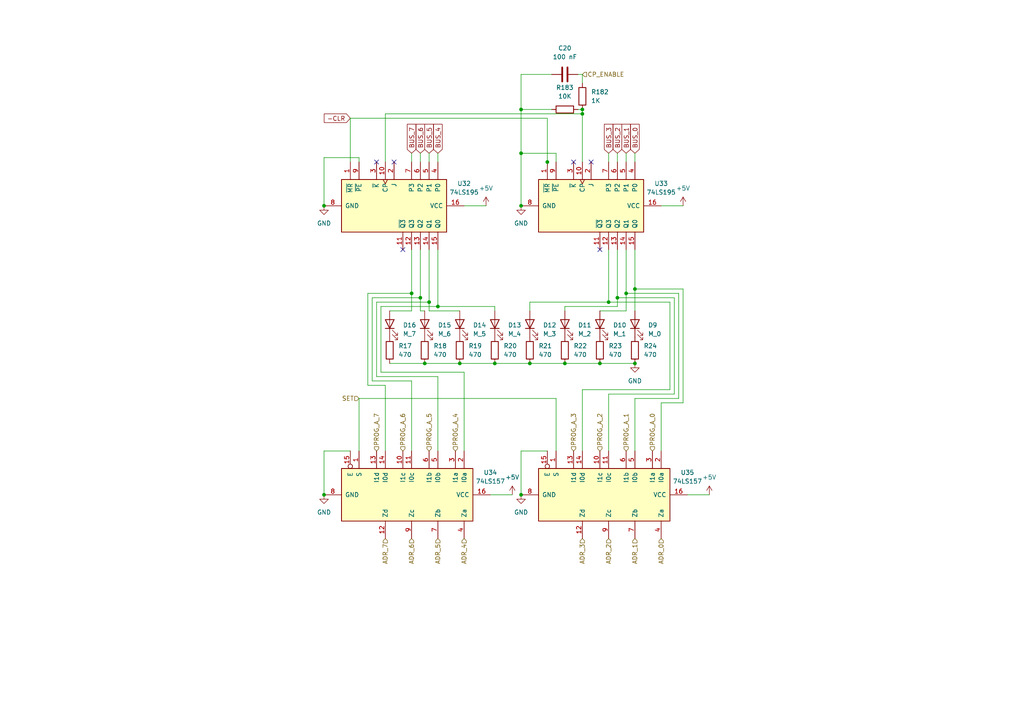
<source format=kicad_sch>
(kicad_sch (version 20230121) (generator eeschema)
  (paper "A4")
  (title_block (title "MAR") (date "2023-07-13") (rev "1"))
  (lib_symbols
    (symbol "74xx:74LS157" (pin_names (offset 1.016))
      (property "Reference" "U" (at -7.62 19.05 0))
      (property "Value" "74LS157" (at -7.62 -21.59 0))
      (symbol "74LS157_1_0"
        (pin input line (at -12.7 -15.24 0) (length 5.08) (name "S") (number "1"))
        (pin input line (at -12.7 -2.54 0) (length 5.08) (name "I1c") (number "10"))
        (pin input line (at -12.7 0 0) (length 5.08) (name "I0c") (number "11"))
        (pin output line (at 12.7 -7.62 180) (length 5.08) (name "Zd") (number "12"))
        (pin input line (at -12.7 -10.16 0) (length 5.08) (name "I1d") (number "13"))
        (pin input line (at -12.7 -7.62 0) (length 5.08) (name "I0d") (number "14"))
        (pin input inverted (at -12.7 -17.78 0) (length 5.08) (name "E") (number "15"))
        (pin power_in line (at 0 22.86 270) (length 5.08) (name "VCC") (number "16"))
        (pin input line (at -12.7 15.24 0) (length 5.08) (name "I0a") (number "2"))
        (pin input line (at -12.7 12.7 0) (length 5.08) (name "I1a") (number "3"))
        (pin output line (at 12.7 15.24 180) (length 5.08) (name "Za") (number "4"))
        (pin input line (at -12.7 7.62 0) (length 5.08) (name "I0b") (number "5"))
        (pin input line (at -12.7 5.08 0) (length 5.08) (name "I1b") (number "6"))
        (pin output line (at 12.7 7.62 180) (length 5.08) (name "Zb") (number "7"))
        (pin power_in line (at 0 -25.4 90) (length 5.08) (name "GND") (number "8"))
        (pin output line (at 12.7 0 180) (length 5.08) (name "Zc") (number "9"))
      )
      (symbol "74LS157_1_1"
        (rectangle (start -7.62 17.78) (end 7.62 -20.32) (stroke (width 0.254)) (fill (type background)))
      )
    )
    (symbol "74xx:74LS195" (pin_names (offset 1.016))
      (property "Reference" "U" (at -7.62 16.51 0))
      (property "Value" "74LS195" (at -7.62 -16.51 0))
      (symbol "74LS195_1_0"
        (pin input line (at -12.7 -12.7 0) (length 5.08) (name "~{MR}") (number "1"))
        (pin input clock (at -12.7 -2.54 0) (length 5.08) (name "CP") (number "10"))
        (pin output line (at 12.7 2.54 180) (length 5.08) (name "~{Q3}") (number "11"))
        (pin output line (at 12.7 5.08 180) (length 5.08) (name "Q3") (number "12"))
        (pin output line (at 12.7 7.62 180) (length 5.08) (name "Q2") (number "13"))
        (pin output line (at 12.7 10.16 180) (length 5.08) (name "Q1") (number "14"))
        (pin output line (at 12.7 12.7 180) (length 5.08) (name "Q0") (number "15"))
        (pin power_in line (at 0 20.32 270) (length 5.08) (name "VCC") (number "16"))
        (pin input line (at -12.7 0 0) (length 5.08) (name "J") (number "2"))
        (pin input line (at -12.7 -5.08 0) (length 5.08) (name "~{K}") (number "3"))
        (pin input line (at -12.7 12.7 0) (length 5.08) (name "P0") (number "4"))
        (pin input line (at -12.7 10.16 0) (length 5.08) (name "P1") (number "5"))
        (pin input line (at -12.7 7.62 0) (length 5.08) (name "P2") (number "6"))
        (pin input line (at -12.7 5.08 0) (length 5.08) (name "P3") (number "7"))
        (pin power_in line (at 0 -20.32 90) (length 5.08) (name "GND") (number "8"))
        (pin input line (at -12.7 -10.16 0) (length 5.08) (name "~{PE}") (number "9"))
      )
      (symbol "74LS195_1_1"
        (rectangle (start -7.62 15.24) (end 7.62 -15.24) (stroke (width 0.254)) (fill (type background)))
      )
    )
    (symbol "Device:C" (pin_numbers hide) (pin_names (offset 0.254))
      (property "Reference" "C" (at 0.635 2.54 0))
      (property "Value" "C" (at 0.635 -2.54 0))
      (symbol "C_0_1"
        (polyline (pts (xy -2.032 -0.762) (xy 2.032 -0.762)) (stroke (width 0.508)))
        (polyline (pts (xy -2.032 0.762) (xy 2.032 0.762)) (stroke (width 0.508)))
      )
      (symbol "C_1_1"
        (pin passive line (at 0 3.81 270) (length 2.794) (name "~") (number "1"))
        (pin passive line (at 0 -3.81 90) (length 2.794) (name "~") (number "2"))
      )
    )
    (symbol "Device:LED" (pin_numbers hide) (pin_names (offset 1.016) hide)
      (property "Reference" "D" (at 0 2.54 0))
      (property "Value" "LED" (at 0 -2.54 0))
      (symbol "LED_0_1"
        (polyline (pts (xy -1.27 -1.27) (xy -1.27 1.27)) (stroke (width 0.254)))
        (polyline (pts (xy -1.27 0) (xy 1.27 0)))
        (polyline (pts (xy 1.27 -1.27) (xy 1.27 1.27) (xy -1.27 0) (xy 1.27 -1.27)) (stroke (width 0.254)))
        (polyline (pts (xy -3.048 -0.762) (xy -4.572 -2.286) (xy -3.81 -2.286) (xy -4.572 -2.286) (xy -4.572 -1.524)))
        (polyline (pts (xy -1.778 -0.762) (xy -3.302 -2.286) (xy -2.54 -2.286) (xy -3.302 -2.286) (xy -3.302 -1.524)))
      )
      (symbol "LED_1_1"
        (pin passive line (at -3.81 0 0) (length 2.54) (name "K") (number "1"))
        (pin passive line (at 3.81 0 180) (length 2.54) (name "A") (number "2"))
      )
    )
    (symbol "Device:R" (pin_numbers hide) (pin_names (offset 0))
      (property "Reference" "R" (at 2.032 0 90))
      (property "Value" "R" (at 0 0 90))
      (symbol "R_0_1"
        (rectangle (start -1.016 -2.54) (end 1.016 2.54) (stroke (width 0.254)))
      )
      (symbol "R_1_1"
        (pin passive line (at 0 3.81 270) (length 1.27) (name "~") (number "1"))
        (pin passive line (at 0 -3.81 90) (length 1.27) (name "~") (number "2"))
      )
    )
    (symbol "power:+5V" (power) (pin_names (offset 0))
      (property "Value" "+5V" (at 0 3.556 0))
      (symbol "+5V_0_1"
        (polyline (pts (xy -0.762 1.27) (xy 0 2.54)))
        (polyline (pts (xy 0 0) (xy 0 2.54)))
        (polyline (pts (xy 0 2.54) (xy 0.762 1.27)))
      )
      (symbol "+5V_1_1"
        (pin power_in line (at 0 0 90) (length 0) hide (name "+5V") (number "1"))
      )
    )
    (symbol "power:GND" (power) (pin_names (offset 0))
      (property "Value" "GND" (at 0 -3.81 0))
      (symbol "GND_0_1"
        (polyline (pts (xy 0 0) (xy 0 -1.27) (xy 1.27 -1.27) (xy 0 -2.54) (xy -1.27 -1.27) (xy 0 -1.27)))
      )
      (symbol "GND_1_1"
        (pin power_in line (at 0 0 270) (length 0) hide (name "GND") (number "1"))
      )
    )
  )
  (junction (at 168.91 33.02))
  (junction (at 127 88.9))
  (junction (at 168.91 31.75))
  (junction (at 121.92 86.36))
  (junction (at 143.51 105.41))
  (junction (at 124.46 87.63))
  (junction (at 176.53 87.63))
  (junction (at 153.67 105.41))
  (junction (at 184.15 83.82))
  (junction (at 163.83 105.41))
  (junction (at 93.98 59.69))
  (junction (at 173.99 105.41))
  (junction (at 133.35 105.41))
  (junction (at 184.15 105.41))
  (junction (at 93.98 143.51))
  (junction (at 151.13 143.51))
  (junction (at 151.13 31.75))
  (junction (at 119.38 85.09))
  (junction (at 123.19 105.41))
  (junction (at 179.07 86.36))
  (junction (at 151.13 44.45))
  (junction (at 181.61 85.09))
  (junction (at 151.13 59.69))
  (junction (at 158.75 46.99))
  (no_connect (at 116.84 72.39))
  (no_connect (at 166.37 46.99))
  (no_connect (at 173.99 72.39))
  (no_connect (at 114.3 46.99))
  (no_connect (at 109.22 46.99))
  (no_connect (at 171.45 46.99))
  (wire (pts (xy 101.6 130.81) (xy 93.98 130.81)))
  (wire (pts (xy 184.15 44.45) (xy 184.15 46.99)))
  (wire (pts (xy 176.53 72.39) (xy 176.53 87.63)))
  (wire (pts (xy 119.38 44.45) (xy 119.38 46.99)))
  (wire (pts (xy 123.19 105.41) (xy 133.35 105.41)))
  (wire (pts (xy 121.92 86.36) (xy 121.92 90.17)))
  (wire (pts (xy 198.12 83.82) (xy 184.15 83.82)))
  (wire (pts (xy 181.61 85.09) (xy 181.61 90.17)))
  (wire (pts (xy 124.46 87.63) (xy 124.46 90.17)))
  (wire (pts (xy 184.15 72.39) (xy 184.15 83.82)))
  (wire (pts (xy 143.51 88.9) (xy 143.51 90.17)))
  (wire (pts (xy 176.53 114.3) (xy 195.58 114.3)))
  (wire (pts (xy 106.68 85.09) (xy 119.38 85.09)))
  (wire (pts (xy 104.14 46.99) (xy 104.14 45.72)))
  (wire (pts (xy 161.29 46.99) (xy 161.29 44.45)))
  (wire (pts (xy 163.83 88.9) (xy 179.07 88.9)))
  (wire (pts (xy 184.15 83.82) (xy 184.15 90.17)))
  (wire (pts (xy 142.24 143.51) (xy 148.59 143.51)))
  (wire (pts (xy 133.35 105.41) (xy 143.51 105.41)))
  (wire (pts (xy 121.92 44.45) (xy 121.92 46.99)))
  (wire (pts (xy 109.22 87.63) (xy 124.46 87.63)))
  (wire (pts (xy 151.13 21.59) (xy 160.02 21.59)))
  (wire (pts (xy 93.98 130.81) (xy 93.98 143.51)))
  (wire (pts (xy 161.29 44.45) (xy 151.13 44.45)))
  (wire (pts (xy 153.67 105.41) (xy 163.83 105.41)))
  (wire (pts (xy 111.76 111.76) (xy 106.68 111.76)))
  (wire (pts (xy 173.99 105.41) (xy 184.15 105.41)))
  (wire (pts (xy 195.58 114.3) (xy 195.58 86.36)))
  (wire (pts (xy 179.07 86.36) (xy 179.07 88.9)))
  (wire (pts (xy 127 44.45) (xy 127 46.99)))
  (wire (pts (xy 127 109.22) (xy 109.22 109.22)))
  (wire (pts (xy 184.15 130.81) (xy 184.15 115.57)))
  (wire (pts (xy 151.13 44.45) (xy 151.13 31.75)))
  (wire (pts (xy 110.49 107.95) (xy 110.49 88.9)))
  (wire (pts (xy 158.75 34.29) (xy 158.75 46.99)))
  (wire (pts (xy 191.77 130.81) (xy 191.77 116.84)))
  (wire (pts (xy 101.6 34.29) (xy 101.6 46.99)))
  (wire (pts (xy 176.53 44.45) (xy 176.53 46.99)))
  (wire (pts (xy 199.39 143.51) (xy 205.74 143.51)))
  (wire (pts (xy 179.07 72.39) (xy 179.07 86.36)))
  (wire (pts (xy 113.03 90.17) (xy 119.38 90.17)))
  (wire (pts (xy 194.31 87.63) (xy 176.53 87.63)))
  (wire (pts (xy 198.12 116.84) (xy 198.12 83.82)))
  (wire (pts (xy 134.62 59.69) (xy 140.97 59.69)))
  (wire (pts (xy 124.46 72.39) (xy 124.46 87.63)))
  (wire (pts (xy 173.99 90.17) (xy 181.61 90.17)))
  (wire (pts (xy 107.95 110.49) (xy 107.95 86.36)))
  (wire (pts (xy 191.77 59.69) (xy 198.12 59.69)))
  (wire (pts (xy 168.91 21.59) (xy 168.91 24.13)))
  (wire (pts (xy 111.76 33.02) (xy 111.76 46.99)))
  (wire (pts (xy 106.68 111.76) (xy 106.68 85.09)))
  (wire (pts (xy 119.38 130.81) (xy 119.38 110.49)))
  (wire (pts (xy 104.14 45.72) (xy 93.98 45.72)))
  (wire (pts (xy 123.19 90.17) (xy 121.92 90.17)))
  (wire (pts (xy 153.67 87.63) (xy 176.53 87.63)))
  (wire (pts (xy 196.85 115.57) (xy 196.85 85.09)))
  (wire (pts (xy 104.14 115.57) (xy 104.14 130.81)))
  (wire (pts (xy 134.62 107.95) (xy 110.49 107.95)))
  (wire (pts (xy 134.62 130.81) (xy 134.62 107.95)))
  (wire (pts (xy 93.98 45.72) (xy 93.98 59.69)))
  (wire (pts (xy 158.75 34.29) (xy 101.6 34.29)))
  (wire (pts (xy 151.13 31.75) (xy 160.02 31.75)))
  (wire (pts (xy 143.51 105.41) (xy 153.67 105.41)))
  (wire (pts (xy 158.75 46.99) (xy 158.75 48.26)))
  (wire (pts (xy 184.15 115.57) (xy 196.85 115.57)))
  (wire (pts (xy 163.83 90.17) (xy 163.83 88.9)))
  (wire (pts (xy 158.75 130.81) (xy 151.13 130.81)))
  (wire (pts (xy 168.91 46.99) (xy 168.91 33.02)))
  (wire (pts (xy 151.13 31.75) (xy 151.13 21.59)))
  (wire (pts (xy 111.76 130.81) (xy 111.76 111.76)))
  (wire (pts (xy 119.38 85.09) (xy 119.38 90.17)))
  (wire (pts (xy 179.07 44.45) (xy 179.07 46.99)))
  (wire (pts (xy 168.91 130.81) (xy 168.91 113.03)))
  (wire (pts (xy 107.95 86.36) (xy 121.92 86.36)))
  (wire (pts (xy 168.91 31.75) (xy 168.91 33.02)))
  (wire (pts (xy 124.46 90.17) (xy 133.35 90.17)))
  (wire (pts (xy 127 72.39) (xy 127 88.9)))
  (wire (pts (xy 194.31 113.03) (xy 194.31 87.63)))
  (wire (pts (xy 163.83 105.41) (xy 173.99 105.41)))
  (wire (pts (xy 119.38 72.39) (xy 119.38 85.09)))
  (wire (pts (xy 195.58 86.36) (xy 179.07 86.36)))
  (wire (pts (xy 161.29 115.57) (xy 104.14 115.57)))
  (wire (pts (xy 109.22 109.22) (xy 109.22 87.63)))
  (wire (pts (xy 151.13 44.45) (xy 151.13 59.69)))
  (wire (pts (xy 168.91 33.02) (xy 111.76 33.02)))
  (wire (pts (xy 153.67 90.17) (xy 153.67 87.63)))
  (wire (pts (xy 176.53 130.81) (xy 176.53 114.3)))
  (wire (pts (xy 113.03 105.41) (xy 123.19 105.41)))
  (wire (pts (xy 196.85 85.09) (xy 181.61 85.09)))
  (wire (pts (xy 127 88.9) (xy 143.51 88.9)))
  (wire (pts (xy 110.49 88.9) (xy 127 88.9)))
  (wire (pts (xy 121.92 72.39) (xy 121.92 86.36)))
  (wire (pts (xy 151.13 130.81) (xy 151.13 143.51)))
  (wire (pts (xy 191.77 116.84) (xy 198.12 116.84)))
  (wire (pts (xy 181.61 44.45) (xy 181.61 46.99)))
  (wire (pts (xy 181.61 72.39) (xy 181.61 85.09)))
  (wire (pts (xy 161.29 130.81) (xy 161.29 115.57)))
  (wire (pts (xy 167.64 31.75) (xy 168.91 31.75)))
  (wire (pts (xy 127 130.81) (xy 127 109.22)))
  (wire (pts (xy 119.38 110.49) (xy 107.95 110.49)))
  (wire (pts (xy 168.91 113.03) (xy 194.31 113.03)))
  (wire (pts (xy 167.64 21.59) (xy 168.91 21.59)))
  (wire (pts (xy 124.46 44.45) (xy 124.46 46.99)))
  (global_label "-CLR" (shape input) (at 101.6 34.29 180) (property "Intersheetrefs" "${INTERSHEET_REFS}" (effects hide)))
  (global_label "BUS_2" (shape input) (at 179.07 44.45 90) (property "Intersheetrefs" "${INTERSHEET_REFS}" (effects hide)))
  (global_label "BUS_5" (shape input) (at 124.46 44.45 90) (property "Intersheetrefs" "${INTERSHEET_REFS}" (effects hide)))
  (global_label "BUS_3" (shape input) (at 176.53 44.45 90) (property "Intersheetrefs" "${INTERSHEET_REFS}" (effects hide)))
  (global_label "BUS_1" (shape input) (at 181.61 44.45 90) (property "Intersheetrefs" "${INTERSHEET_REFS}" (effects hide)))
  (global_label "BUS_0" (shape input) (at 184.15 44.45 90) (property "Intersheetrefs" "${INTERSHEET_REFS}" (effects hide)))
  (global_label "BUS_6" (shape input) (at 121.92 44.45 90) (property "Intersheetrefs" "${INTERSHEET_REFS}" (effects hide)))
  (global_label "BUS_7" (shape input) (at 119.38 44.45 90) (property "Intersheetrefs" "${INTERSHEET_REFS}" (effects hide)))
  (global_label "BUS_4" (shape input) (at 127 44.45 90) (property "Intersheetrefs" "${INTERSHEET_REFS}" (effects hide)))
  (hierarchical_label "ADR_0" (shape input) (at 191.77 156.21 270))
  (hierarchical_label "PROG_A_2" (shape input) (at 173.99 130.81 90))
  (hierarchical_label "PROG_A_3" (shape input) (at 166.37 130.81 90))
  (hierarchical_label "PROG_A_5" (shape input) (at 124.46 130.81 90))
  (hierarchical_label "ADR_5" (shape input) (at 127 156.21 270))
  (hierarchical_label "ADR_6" (shape input) (at 119.38 156.21 270))
  (hierarchical_label "PROG_A_4" (shape input) (at 132.08 130.81 90))
  (hierarchical_label "SET" (shape input) (at 104.14 115.57 180))
  (hierarchical_label "ADR_4" (shape input) (at 134.62 156.21 270))
  (hierarchical_label "PROG_A_1" (shape input) (at 181.61 130.81 90))
  (hierarchical_label "PROG_A_7" (shape input) (at 109.22 130.81 90))
  (hierarchical_label "PROG_A_0" (shape input) (at 189.23 130.81 90))
  (hierarchical_label "ADR_1" (shape input) (at 184.15 156.21 270))
  (hierarchical_label "PROG_A_6" (shape input) (at 116.84 130.81 90))
  (hierarchical_label "ADR_3" (shape input) (at 168.91 156.21 270))
  (hierarchical_label "ADR_2" (shape input) (at 176.53 156.21 270))
  (hierarchical_label "CP_ENABLE" (shape input) (at 168.91 21.59 0))
  (hierarchical_label "ADR_7" (shape input) (at 111.76 156.21 270))
  (symbol (lib_id "Device:R") (at 143.51 101.6 0) (unit 1)
    (property "Reference" "R20" (at 146.05 100.33 0) (effects (justify left)))
    (property "Value" "470" (at 146.05 102.87 0) (effects (justify left)))
    (property "Footprint" "Resistor_SMD:R_1206_3216Metric_Pad1.30x1.75mm_HandSolder" (effects hide))
    (instances (project "SAP-Extended" (path "" (reference "R20") (unit 1)) (path "" (reference "R28") (unit 1)) (path "" (reference "R71") (unit 1))))
  )
  (symbol (lib_id "power:GND") (at 93.98 143.51 0) (unit 1)
    (property "Reference" "#PWR060" (effects hide))
    (property "Value" "GND" (at 93.98 148.59 0))
  )
  (symbol (lib_id "power:+5V") (at 205.74 143.51 0) (unit 1)
    (property "Reference" "#PWR063" (effects hide))
    (property "Value" "+5V" (at 205.74 138.43 0))
  )
  (symbol (lib_id "power:+5V") (at 198.12 59.69 0) (unit 1)
    (property "Reference" "#PWR066" (effects hide))
    (property "Value" "+5V" (at 198.12 54.61 0))
  )
  (symbol (lib_id "power:GND") (at 151.13 59.69 0) (unit 1)
    (property "Reference" "#PWR061" (effects hide))
    (property "Value" "GND" (at 151.13 64.77 0))
  )
  (symbol (lib_id "74xx:74LS157") (at 176.53 143.51 270) (unit 1)
    (property "Reference" "U35" (at 199.39 137.0583 90))
    (property "Value" "74LS157" (at 199.39 139.5983 90))
    (property "Footprint" "Package_DIP:DIP-16_W7.62mm_Socket" (effects hide))
    (property "Datasheet" "http://www.ti.com/lit/gpn/sn74LS157" (effects hide))
  )
  (symbol (lib_id "Device:R") (at 184.15 101.6 0) (unit 1)
    (property "Reference" "R24" (at 186.69 100.33 0) (effects (justify left)))
    (property "Value" "470" (at 186.69 102.87 0) (effects (justify left)))
    (property "Footprint" "Resistor_SMD:R_1206_3216Metric_Pad1.30x1.75mm_HandSolder" (effects hide))
    (instances (project "SAP-Extended" (path "" (reference "R24") (unit 1)) (path "" (reference "R32") (unit 1)) (path "" (reference "R75") (unit 1))))
  )
  (symbol (lib_id "Device:R") (at 173.99 101.6 0) (unit 1)
    (property "Reference" "R23" (at 176.53 100.33 0) (effects (justify left)))
    (property "Value" "470" (at 176.53 102.87 0) (effects (justify left)))
    (property "Footprint" "Resistor_SMD:R_1206_3216Metric_Pad1.30x1.75mm_HandSolder" (effects hide))
    (instances (project "SAP-Extended" (path "" (reference "R23") (unit 1)) (path "" (reference "R31") (unit 1)) (path "" (reference "R74") (unit 1))))
  )
  (symbol (lib_id "Device:R") (at 168.91 27.94 0) (unit 1)
    (property "Reference" "R182" (at 171.45 26.67 0) (effects (justify left)))
    (property "Value" "1K" (at 171.45 29.21 0) (effects (justify left)))
    (property "Footprint" "Resistor_SMD:R_1206_3216Metric_Pad1.30x1.75mm_HandSolder" (effects hide))
  )
  (symbol (lib_id "74xx:74LS195") (at 171.45 59.69 270) (unit 1)
    (property "Reference" "U33" (at 191.77 53.2383 90))
    (property "Value" "74LS195" (at 191.77 55.7783 90))
    (property "Footprint" "Package_DIP:DIP-16_W7.62mm_Socket" (effects hide))
    (property "Datasheet" "http://www.ti.com/lit/gpn/sn74LS195" (effects hide))
  )
  (symbol (lib_id "74xx:74LS195") (at 114.3 59.69 270) (unit 1)
    (property "Reference" "U32" (at 134.62 53.2383 90))
    (property "Value" "74LS195" (at 134.62 55.7783 90))
    (property "Footprint" "Package_DIP:DIP-16_W7.62mm_Socket" (effects hide))
    (property "Datasheet" "http://www.ti.com/lit/gpn/sn74LS195" (effects hide))
  )
  (symbol (lib_id "Device:R") (at 163.83 31.75 90) (unit 1)
    (property "Reference" "R183" (at 163.83 25.4 90))
    (property "Value" "10K" (at 163.83 27.94 90))
    (property "Footprint" "Resistor_SMD:R_1206_3216Metric_Pad1.30x1.75mm_HandSolder" (effects hide))
  )
  (symbol (lib_id "power:+5V") (at 148.59 143.51 0) (unit 1)
    (property "Reference" "#PWR064" (effects hide))
    (property "Value" "+5V" (at 148.59 138.43 0))
  )
  (symbol (lib_id "Device:LED") (at 173.99 93.98 90) (unit 1)
    (property "Reference" "D10" (at 177.8 94.2975 90) (effects (justify right)))
    (property "Value" "M_1" (at 177.8 96.8375 90) (effects (justify right)))
    (property "Footprint" "LED_THT:LED_D3.0mm" (effects hide))
    (instances (project "SAP-Extended" (path "" (reference "D10") (unit 1)) (path "" (reference "D23") (unit 1)) (path "" (reference "D56") (unit 1))))
  )
  (symbol (lib_id "power:+5V") (at 140.97 59.69 0) (unit 1)
    (property "Reference" "#PWR065" (effects hide))
    (property "Value" "+5V" (at 140.97 54.61 0))
  )
  (symbol (lib_id "Device:R") (at 113.03 101.6 0) (unit 1)
    (property "Reference" "R17" (at 115.57 100.33 0) (effects (justify left)))
    (property "Value" "470" (at 115.57 102.87 0) (effects (justify left)))
    (property "Footprint" "Resistor_SMD:R_1206_3216Metric_Pad1.30x1.75mm_HandSolder" (effects hide))
    (instances (project "SAP-Extended" (path "" (reference "R17") (unit 1)) (path "" (reference "R25") (unit 1)) (path "" (reference "R68") (unit 1))))
  )
  (symbol (lib_id "Device:R") (at 163.83 101.6 0) (unit 1)
    (property "Reference" "R22" (at 166.37 100.33 0) (effects (justify left)))
    (property "Value" "470" (at 166.37 102.87 0) (effects (justify left)))
    (property "Footprint" "Resistor_SMD:R_1206_3216Metric_Pad1.30x1.75mm_HandSolder" (effects hide))
    (instances (project "SAP-Extended" (path "" (reference "R22") (unit 1)) (path "" (reference "R30") (unit 1)) (path "" (reference "R73") (unit 1))))
  )
  (symbol (lib_id "Device:LED") (at 113.03 93.98 90) (unit 1)
    (property "Reference" "D16" (at 116.84 94.2975 90) (effects (justify right)))
    (property "Value" "M_7" (at 116.84 96.8375 90) (effects (justify right)))
    (property "Footprint" "LED_THT:LED_D3.0mm" (effects hide))
    (instances (project "SAP-Extended" (path "" (reference "D16") (unit 1)) (path "" (reference "D17") (unit 1)) (path "" (reference "D50") (unit 1))))
  )
  (symbol (lib_id "Device:LED") (at 163.83 93.98 90) (unit 1)
    (property "Reference" "D11" (at 167.64 94.2975 90) (effects (justify right)))
    (property "Value" "M_2" (at 167.64 96.8375 90) (effects (justify right)))
    (property "Footprint" "LED_THT:LED_D3.0mm" (effects hide))
    (instances (project "SAP-Extended" (path "" (reference "D11") (unit 1)) (path "" (reference "D22") (unit 1)) (path "" (reference "D55") (unit 1))))
  )
  (symbol (lib_id "Device:R") (at 123.19 101.6 0) (unit 1)
    (property "Reference" "R18" (at 125.73 100.33 0) (effects (justify left)))
    (property "Value" "470" (at 125.73 102.87 0) (effects (justify left)))
    (property "Footprint" "Resistor_SMD:R_1206_3216Metric_Pad1.30x1.75mm_HandSolder" (effects hide))
    (instances (project "SAP-Extended" (path "" (reference "R18") (unit 1)) (path "" (reference "R26") (unit 1)) (path "" (reference "R69") (unit 1))))
  )
  (symbol (lib_id "Device:LED") (at 184.15 93.98 90) (unit 1)
    (property "Reference" "D9" (at 187.96 94.2975 90) (effects (justify right)))
    (property "Value" "M_0" (at 187.96 96.8375 90) (effects (justify right)))
    (property "Footprint" "LED_THT:LED_D3.0mm" (effects hide))
    (instances (project "SAP-Extended" (path "" (reference "D9") (unit 1)) (path "" (reference "D24") (unit 1)) (path "" (reference "D57") (unit 1))))
  )
  (symbol (lib_id "Device:R") (at 153.67 101.6 0) (unit 1)
    (property "Reference" "R21" (at 156.21 100.33 0) (effects (justify left)))
    (property "Value" "470" (at 156.21 102.87 0) (effects (justify left)))
    (property "Footprint" "Resistor_SMD:R_1206_3216Metric_Pad1.30x1.75mm_HandSolder" (effects hide))
    (instances (project "SAP-Extended" (path "" (reference "R21") (unit 1)) (path "" (reference "R29") (unit 1)) (path "" (reference "R72") (unit 1))))
  )
  (symbol (lib_id "Device:C") (at 163.83 21.59 90) (unit 1)
    (property "Reference" "C20" (at 163.83 13.97 90))
    (property "Value" "100 nF" (at 163.83 16.51 90))
    (property "Footprint" "Resistor_SMD:R_1206_3216Metric_Pad1.30x1.75mm_HandSolder" (effects hide))
  )
  (symbol (lib_id "power:GND") (at 184.15 105.41 0) (unit 1)
    (property "Reference" "#PWR022" (effects hide))
    (property "Value" "GND" (at 184.15 110.49 0))
    (instances (project "SAP-Extended" (path "" (reference "#PWR022") (unit 1)) (path "" (reference "#PWR023") (unit 1)) (path "" (reference "#PWR067") (unit 1))))
  )
  (symbol (lib_id "Device:LED") (at 133.35 93.98 90) (unit 1)
    (property "Reference" "D14" (at 137.16 94.2975 90) (effects (justify right)))
    (property "Value" "M_5" (at 137.16 96.8375 90) (effects (justify right)))
    (property "Footprint" "LED_THT:LED_D3.0mm" (effects hide))
    (instances (project "SAP-Extended" (path "" (reference "D14") (unit 1)) (path "" (reference "D19") (unit 1)) (path "" (reference "D52") (unit 1))))
  )
  (symbol (lib_id "Device:LED") (at 123.19 93.98 90) (unit 1)
    (property "Reference" "D15" (at 127 94.2975 90) (effects (justify right)))
    (property "Value" "M_6" (at 127 96.8375 90) (effects (justify right)))
    (property "Footprint" "LED_THT:LED_D3.0mm" (effects hide))
    (instances (project "SAP-Extended" (path "" (reference "D15") (unit 1)) (path "" (reference "D18") (unit 1)) (path "" (reference "D51") (unit 1))))
  )
  (symbol (lib_id "Device:R") (at 133.35 101.6 0) (unit 1)
    (property "Reference" "R19" (at 135.89 100.33 0) (effects (justify left)))
    (property "Value" "470" (at 135.89 102.87 0) (effects (justify left)))
    (property "Footprint" "Resistor_SMD:R_1206_3216Metric_Pad1.30x1.75mm_HandSolder" (effects hide))
    (instances (project "SAP-Extended" (path "" (reference "R19") (unit 1)) (path "" (reference "R27") (unit 1)) (path "" (reference "R70") (unit 1))))
  )
  (symbol (lib_id "power:GND") (at 151.13 143.51 0) (unit 1)
    (property "Reference" "#PWR059" (effects hide))
    (property "Value" "GND" (at 151.13 148.59 0))
  )
  (symbol (lib_id "74xx:74LS157") (at 119.38 143.51 270) (unit 1)
    (property "Reference" "U34" (at 142.24 137.0583 90))
    (property "Value" "74LS157" (at 142.24 139.5983 90))
    (property "Footprint" "Package_DIP:DIP-16_W7.62mm_Socket" (effects hide))
    (property "Datasheet" "http://www.ti.com/lit/gpn/sn74LS157" (effects hide))
  )
  (symbol (lib_id "Device:LED") (at 143.51 93.98 90) (unit 1)
    (property "Reference" "D13" (at 147.32 94.2975 90) (effects (justify right)))
    (property "Value" "M_4" (at 147.32 96.8375 90) (effects (justify right)))
    (property "Footprint" "LED_THT:LED_D3.0mm" (effects hide))
    (instances (project "SAP-Extended" (path "" (reference "D13") (unit 1)) (path "" (reference "D20") (unit 1)) (path "" (reference "D53") (unit 1))))
  )
  (symbol (lib_id "Device:LED") (at 153.67 93.98 90) (unit 1)
    (property "Reference" "D12" (at 157.48 94.2975 90) (effects (justify right)))
    (property "Value" "M_3" (at 157.48 96.8375 90) (effects (justify right)))
    (property "Footprint" "LED_THT:LED_D3.0mm" (effects hide))
    (instances (project "SAP-Extended" (path "" (reference "D12") (unit 1)) (path "" (reference "D21") (unit 1)) (path "" (reference "D54") (unit 1))))
  )
  (symbol (lib_id "power:GND") (at 93.98 59.69 0) (unit 1)
    (property "Reference" "#PWR062" (effects hide))
    (property "Value" "GND" (at 93.98 64.77 0))
  )
)
</source>
